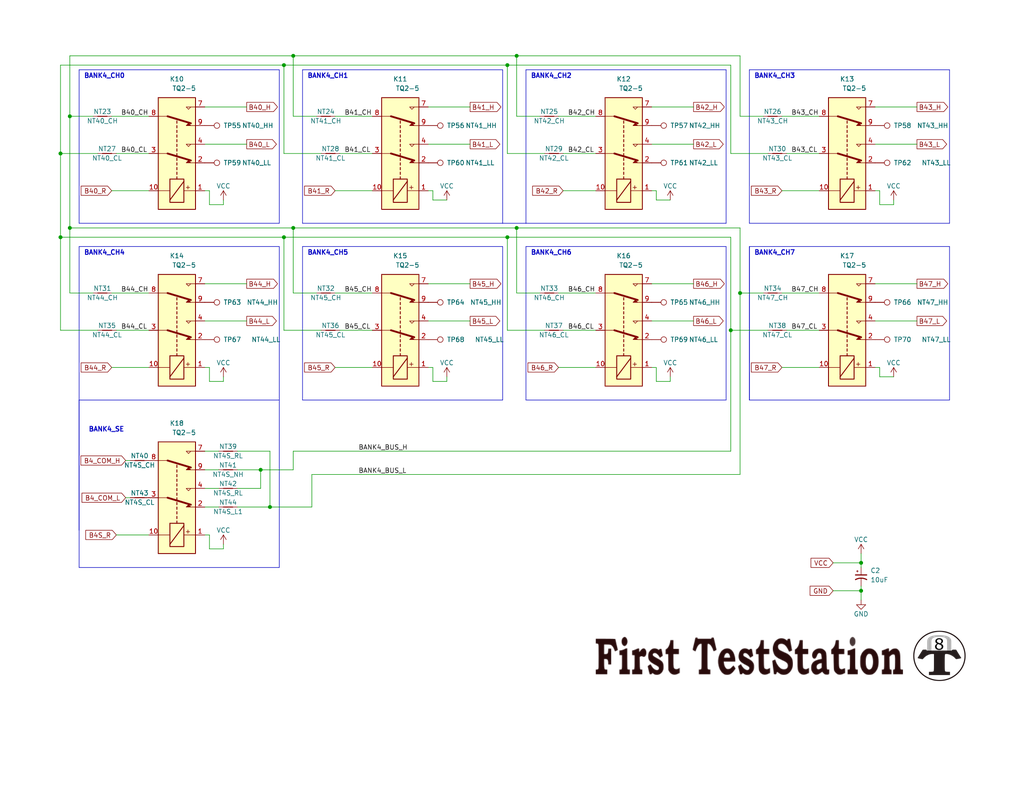
<source format=kicad_sch>
(kicad_sch (version 20230121) (generator eeschema)
  (paper "A")
  (title_block (title "Interconnect IO Board  640-1000-011") (date "2024-10-12") (rev "1.1"))
  (lib_symbols
    (symbol "Library:C_Polarized_Small_US" (pin_numbers hide) (pin_names (offset 0.254) hide)
      (property "Reference" "C" (at 0.254 1.778 0))
      (property "Value" "C_Polarized_Small_US" (at 0.254 -2.032 0))
      (symbol "C_Polarized_Small_US_0_1"
        (polyline (pts (xy -1.524 0.508) (xy 1.524 0.508)) (stroke (width 0.3048)))
        (polyline (pts (xy -1.27 1.524) (xy -0.762 1.524)))
        (polyline (pts (xy -1.016 1.27) (xy -1.016 1.778)))
        (arc (start 1.524 -0.762) (mid 0 -0.3734) (end -1.524 -0.762) (stroke (width 0.3048)))
      )
      (symbol "C_Polarized_Small_US_1_1"
        (pin passive line (at 0 2.54 270) (length 2.032) (name "~") (number "1"))
        (pin passive line (at 0 -2.54 90) (length 2.032) (name "~") (number "2"))
      )
    )
    (symbol "Library:NetTie_2" (pin_numbers hide) (pin_names (offset 0) hide)
      (property "Reference" "NT" (at 0 1.27 0))
      (property "Value" "NetTie_2" (at 0 -1.27 0))
      (symbol "NetTie_2_0_1"
        (polyline (pts (xy -1.27 0) (xy 1.27 0)) (stroke (width 0.254)))
      )
      (symbol "NetTie_2_1_1"
        (pin passive line (at -2.54 0 0) (length 2.54) (name "1") (number "1"))
        (pin passive line (at 2.54 0 180) (length 2.54) (name "2") (number "2"))
      )
    )
    (symbol "Library:TQ2-5"
      (property "Reference" "K?" (at 17.78 1.2701 0))
      (property "Value" "TQ2-5" (at 17.78 -1.2699 0))
      (symbol "TQ2-5_0_0"
        (text "+" (at -9.271 2.921 0) (effects (font (size 1.27 1.27))))
      )
      (symbol "TQ2-5_0_1"
        (rectangle (start -15.24 5.08) (end 15.24 -5.08) (stroke (width 0.254)) (fill (type background)))
        (rectangle (start -13.335 1.905) (end -6.985 -1.905) (stroke (width 0.254)))
        (polyline (pts (xy -12.7 -1.905) (xy -7.62 1.905)) (stroke (width 0.254)))
        (polyline (pts (xy -10.16 -5.08) (xy -10.16 -1.905)))
        (polyline (pts (xy -10.16 5.08) (xy -10.16 1.905)))
        (polyline (pts (xy -6.985 0) (xy -6.35 0)) (stroke (width 0.254)))
        (polyline (pts (xy -5.715 0) (xy -5.08 0)) (stroke (width 0.254)))
        (polyline (pts (xy -4.445 0) (xy -3.81 0)) (stroke (width 0.254)))
        (polyline (pts (xy -3.175 0) (xy -2.54 0)) (stroke (width 0.254)))
        (polyline (pts (xy -1.905 0) (xy -1.27 0)) (stroke (width 0.254)))
        (polyline (pts (xy -0.635 0) (xy 0 0)) (stroke (width 0.254)))
        (polyline (pts (xy 0 -2.54) (xy -1.905 3.81)) (stroke (width 0.508)))
        (polyline (pts (xy 0 -2.54) (xy 0 -5.08)))
        (polyline (pts (xy 0.635 0) (xy 1.27 0)) (stroke (width 0.254)))
        (polyline (pts (xy 1.905 0) (xy 2.54 0)) (stroke (width 0.254)))
        (polyline (pts (xy 3.175 0) (xy 3.81 0)) (stroke (width 0.254)))
        (polyline (pts (xy 4.445 0) (xy 5.08 0)) (stroke (width 0.254)))
        (polyline (pts (xy 5.715 0) (xy 6.35 0)) (stroke (width 0.254)))
        (polyline (pts (xy 6.985 0) (xy 7.62 0)) (stroke (width 0.254)))
        (polyline (pts (xy 8.255 0) (xy 8.89 0)) (stroke (width 0.254)))
        (polyline (pts (xy 10.16 -2.54) (xy 8.255 3.81)) (stroke (width 0.508)))
        (polyline (pts (xy 10.16 -2.54) (xy 10.16 -5.08)))
        (polyline (pts (xy -2.54 5.08) (xy -2.54 2.54) (xy -1.905 3.175) (xy -2.54 3.81)) (fill (type outline)))
        (polyline (pts (xy 2.54 5.08) (xy 2.54 2.54) (xy 1.905 3.175) (xy 2.54 3.81)))
        (polyline (pts (xy 7.62 5.08) (xy 7.62 2.54) (xy 8.255 3.175) (xy 7.62 3.81)) (fill (type outline)))
        (polyline (pts (xy 12.7 5.08) (xy 12.7 2.54) (xy 12.065 3.175) (xy 12.7 3.81)))
      )
      (symbol "TQ2-5_1_1"
        (pin passive line (at -10.16 7.62 270) (length 2.54) (name "~") (number "1"))
        (pin passive line (at -10.16 -7.62 90) (length 2.54) (name "~") (number "10"))
        (pin passive line (at -2.54 7.62 270) (length 2.54) (name "~") (number "2"))
        (pin passive line (at 0 -7.62 90) (length 2.54) (name "~") (number "3"))
        (pin passive line (at 2.54 7.62 270) (length 2.54) (name "~") (number "4"))
        (pin passive line (at 12.7 7.62 270) (length 2.54) (name "~") (number "7"))
        (pin passive line (at 10.16 -7.62 90) (length 2.54) (name "~") (number "8"))
        (pin passive line (at 7.62 7.62 270) (length 2.54) (name "~") (number "9"))
      )
    )
    (symbol "Library:TestPoint" (pin_numbers hide) (pin_names (offset 0.762) hide)
      (property "Reference" "TP" (at 0 6.858 0))
      (property "Value" "TestPoint" (at 0 5.08 0))
      (symbol "TestPoint_0_1"
        (circle (center 0 3.302) (radius 0.762))
      )
      (symbol "TestPoint_1_1"
        (pin passive line (at 0 0 90) (length 2.54) (name "1") (number "1"))
      )
    )
    (symbol "power:GND" (power) (pin_names (offset 0))
      (property "Value" "GND" (at 0 -3.81 0))
      (symbol "GND_0_1"
        (polyline (pts (xy 0 0) (xy 0 -1.27) (xy 1.27 -1.27) (xy 0 -2.54) (xy -1.27 -1.27) (xy 0 -1.27)))
      )
      (symbol "GND_1_1"
        (pin power_in line (at 0 0 270) (length 0) hide (name "GND") (number "1"))
      )
    )
    (symbol "power:VCC" (power) (pin_names (offset 0))
      (property "Value" "VCC" (at 0 3.81 0))
      (symbol "VCC_0_1"
        (polyline (pts (xy -0.762 1.27) (xy 0 2.54)))
        (polyline (pts (xy 0 0) (xy 0 2.54)))
        (polyline (pts (xy 0 2.54) (xy 0.762 1.27)))
      )
      (symbol "VCC_1_1"
        (pin power_in line (at 0 0 90) (length 0) hide (name "VCC") (number "1"))
      )
    )
  )
  (junction (at 199.39 90.17))
  (junction (at 234.95 161.29))
  (junction (at 138.43 17.78))
  (junction (at 234.95 153.67))
  (junction (at 80.01 15.24))
  (junction (at 80.01 62.23))
  (junction (at 201.93 80.01))
  (junction (at 19.05 62.23))
  (junction (at 73.66 138.43))
  (junction (at 140.97 62.23))
  (junction (at 77.47 64.77))
  (junction (at 138.43 64.77))
  (junction (at 16.51 64.77))
  (junction (at 16.51 41.91))
  (junction (at 19.05 31.75))
  (junction (at 77.47 17.78))
  (junction (at 71.12 128.27))
  (junction (at 140.97 15.24))
  (polyline (pts (xy 204.47 109.22) (xy 259.08 109.22)))
  (wire (pts (xy 57.15 52.07) (xy 57.15 55.88)))
  (wire (pts (xy 240.03 52.07) (xy 238.76 52.07)))
  (polyline (pts (xy 137.16 19.05) (xy 82.55 19.05)))
  (wire (pts (xy 57.15 100.33) (xy 55.88 100.33)))
  (wire (pts (xy 208.28 31.75) (xy 201.93 31.75)))
  (wire (pts (xy 243.84 55.88) (xy 240.03 55.88)))
  (wire (pts (xy 31.75 90.17) (xy 40.64 90.17)))
  (wire (pts (xy 201.93 80.01) (xy 201.93 129.54)))
  (wire (pts (xy 177.8 29.21) (xy 189.23 29.21)))
  (wire (pts (xy 199.39 41.91) (xy 199.39 17.78)))
  (wire (pts (xy 201.93 15.24) (xy 140.97 15.24)))
  (wire (pts (xy 238.76 87.63) (xy 250.19 87.63)))
  (wire (pts (xy 71.12 128.27) (xy 80.01 128.27)))
  (wire (pts (xy 234.95 161.29) (xy 234.95 163.83)))
  (polyline (pts (xy 21.59 154.94) (xy 76.2 154.94)))
  (wire (pts (xy 238.76 29.21) (xy 250.19 29.21)))
  (wire (pts (xy 55.88 138.43) (xy 59.69 138.43)))
  (wire (pts (xy 240.03 100.33) (xy 240.03 102.87)))
  (wire (pts (xy 57.15 100.33) (xy 57.15 104.14)))
  (polyline (pts (xy 143.51 60.96) (xy 198.12 60.96)))
  (wire (pts (xy 25.4 80.01) (xy 19.05 80.01)))
  (wire (pts (xy 118.11 52.07) (xy 116.84 52.07)))
  (wire (pts (xy 55.88 29.21) (xy 67.31 29.21)))
  (polyline (pts (xy 76.2 154.94) (xy 76.2 146.05)))
  (wire (pts (xy 199.39 17.78) (xy 138.43 17.78)))
  (wire (pts (xy 238.76 77.47) (xy 250.19 77.47)))
  (wire (pts (xy 201.93 62.23) (xy 140.97 62.23)))
  (wire (pts (xy 30.48 31.75) (xy 40.64 31.75)))
  (polyline (pts (xy 137.16 60.96) (xy 137.16 19.05)))
  (wire (pts (xy 60.96 102.87) (xy 60.96 104.14)))
  (wire (pts (xy 116.84 77.47) (xy 128.27 77.47)))
  (wire (pts (xy 80.01 62.23) (xy 80.01 80.01)))
  (wire (pts (xy 208.28 80.01) (xy 201.93 80.01)))
  (wire (pts (xy 179.07 52.07) (xy 177.8 52.07)))
  (polyline (pts (xy 137.16 60.96) (xy 143.51 60.96)))
  (wire (pts (xy 140.97 62.23) (xy 140.97 80.01)))
  (wire (pts (xy 16.51 17.78) (xy 77.47 17.78)))
  (wire (pts (xy 214.63 90.17) (xy 223.52 90.17)))
  (wire (pts (xy 179.07 52.07) (xy 179.07 54.61)))
  (wire (pts (xy 34.29 135.89) (xy 35.56 135.89)))
  (polyline (pts (xy 143.51 19.05) (xy 143.51 60.96)))
  (wire (pts (xy 31.75 41.91) (xy 40.64 41.91)))
  (wire (pts (xy 243.84 54.61) (xy 243.84 55.88)))
  (wire (pts (xy 19.05 62.23) (xy 19.05 31.75)))
  (wire (pts (xy 80.01 62.23) (xy 140.97 62.23)))
  (wire (pts (xy 153.67 52.07) (xy 162.56 52.07)))
  (polyline (pts (xy 76.2 109.22) (xy 21.59 109.22)))
  (wire (pts (xy 60.96 148.59) (xy 60.96 149.86)))
  (polyline (pts (xy 198.12 67.31) (xy 143.51 67.31)))
  (wire (pts (xy 140.97 80.01) (xy 147.32 80.01)))
  (wire (pts (xy 19.05 62.23) (xy 80.01 62.23)))
  (wire (pts (xy 199.39 41.91) (xy 209.55 41.91)))
  (wire (pts (xy 30.48 52.07) (xy 40.64 52.07)))
  (wire (pts (xy 140.97 31.75) (xy 140.97 15.24)))
  (wire (pts (xy 116.84 29.21) (xy 128.27 29.21)))
  (polyline (pts (xy 76.2 60.96) (xy 76.2 19.05)))
  (wire (pts (xy 71.12 133.35) (xy 71.12 128.27)))
  (wire (pts (xy 77.47 90.17) (xy 87.63 90.17)))
  (wire (pts (xy 77.47 41.91) (xy 87.63 41.91)))
  (wire (pts (xy 73.66 123.19) (xy 73.66 138.43)))
  (wire (pts (xy 152.4 80.01) (xy 162.56 80.01)))
  (wire (pts (xy 30.48 100.33) (xy 40.64 100.33)))
  (wire (pts (xy 85.09 129.54) (xy 85.09 138.43)))
  (polyline (pts (xy 259.08 60.96) (xy 259.08 19.05)))
  (wire (pts (xy 55.88 87.63) (xy 67.31 87.63)))
  (wire (pts (xy 121.92 104.14) (xy 118.11 104.14)))
  (wire (pts (xy 85.09 138.43) (xy 73.66 138.43)))
  (wire (pts (xy 16.51 64.77) (xy 16.51 90.17)))
  (wire (pts (xy 177.8 39.37) (xy 189.23 39.37)))
  (wire (pts (xy 16.51 64.77) (xy 16.51 41.91)))
  (polyline (pts (xy 82.55 109.22) (xy 82.55 67.31)))
  (wire (pts (xy 182.88 102.87) (xy 182.88 104.14)))
  (wire (pts (xy 60.96 55.88) (xy 57.15 55.88)))
  (wire (pts (xy 91.44 31.75) (xy 101.6 31.75)))
  (wire (pts (xy 243.84 102.87) (xy 240.03 102.87)))
  (polyline (pts (xy 76.2 19.05) (xy 21.59 19.05)))
  (wire (pts (xy 55.88 133.35) (xy 59.69 133.35)))
  (wire (pts (xy 152.4 100.33) (xy 162.56 100.33)))
  (wire (pts (xy 77.47 64.77) (xy 77.47 90.17)))
  (wire (pts (xy 153.67 41.91) (xy 162.56 41.91)))
  (wire (pts (xy 152.4 31.75) (xy 162.56 31.75)))
  (wire (pts (xy 138.43 17.78) (xy 138.43 41.91)))
  (wire (pts (xy 199.39 64.77) (xy 199.39 90.17)))
  (wire (pts (xy 55.88 123.19) (xy 59.69 123.19)))
  (wire (pts (xy 16.51 64.77) (xy 77.47 64.77)))
  (wire (pts (xy 199.39 90.17) (xy 209.55 90.17)))
  (wire (pts (xy 213.36 80.01) (xy 223.52 80.01)))
  (wire (pts (xy 138.43 41.91) (xy 148.59 41.91)))
  (wire (pts (xy 234.95 161.29) (xy 234.95 160.02)))
  (wire (pts (xy 234.95 153.67) (xy 234.95 154.94)))
  (wire (pts (xy 80.01 80.01) (xy 86.36 80.01)))
  (wire (pts (xy 227.33 161.29) (xy 234.95 161.29)))
  (wire (pts (xy 91.44 100.33) (xy 101.6 100.33)))
  (wire (pts (xy 179.07 100.33) (xy 179.07 104.14)))
  (wire (pts (xy 19.05 80.01) (xy 19.05 62.23)))
  (wire (pts (xy 138.43 64.77) (xy 199.39 64.77)))
  (polyline (pts (xy 204.47 67.31) (xy 204.47 109.22)))
  (wire (pts (xy 182.88 104.14) (xy 179.07 104.14)))
  (wire (pts (xy 31.75 146.05) (xy 40.64 146.05)))
  (wire (pts (xy 92.71 90.17) (xy 101.6 90.17)))
  (wire (pts (xy 147.32 31.75) (xy 140.97 31.75)))
  (wire (pts (xy 240.03 100.33) (xy 238.76 100.33)))
  (wire (pts (xy 121.92 54.61) (xy 118.11 54.61)))
  (wire (pts (xy 213.36 31.75) (xy 223.52 31.75)))
  (wire (pts (xy 201.93 31.75) (xy 201.93 15.24)))
  (polyline (pts (xy 21.59 67.31) (xy 21.59 109.22)))
  (wire (pts (xy 80.01 123.19) (xy 80.01 128.27)))
  (wire (pts (xy 91.44 52.07) (xy 101.6 52.07)))
  (wire (pts (xy 16.51 41.91) (xy 26.67 41.91)))
  (wire (pts (xy 238.76 39.37) (xy 250.19 39.37)))
  (wire (pts (xy 60.96 149.86) (xy 57.15 149.86)))
  (wire (pts (xy 80.01 15.24) (xy 19.05 15.24)))
  (polyline (pts (xy 143.51 109.22) (xy 143.51 67.31)))
  (wire (pts (xy 86.36 31.75) (xy 80.01 31.75)))
  (polyline (pts (xy 198.12 60.96) (xy 198.12 19.05)))
  (wire (pts (xy 240.03 52.07) (xy 240.03 55.88)))
  (wire (pts (xy 55.88 128.27) (xy 59.69 128.27)))
  (wire (pts (xy 116.84 87.63) (xy 128.27 87.63)))
  (wire (pts (xy 80.01 31.75) (xy 80.01 15.24)))
  (wire (pts (xy 214.63 41.91) (xy 223.52 41.91)))
  (wire (pts (xy 201.93 129.54) (xy 85.09 129.54)))
  (wire (pts (xy 30.48 80.01) (xy 40.64 80.01)))
  (polyline (pts (xy 198.12 19.05) (xy 143.51 19.05)))
  (wire (pts (xy 201.93 80.01) (xy 201.93 62.23)))
  (polyline (pts (xy 21.59 19.05) (xy 21.59 60.96)))
  (wire (pts (xy 57.15 146.05) (xy 55.88 146.05)))
  (polyline (pts (xy 21.59 109.22) (xy 21.59 154.94)))
  (polyline (pts (xy 137.16 109.22) (xy 137.16 67.31)))
  (wire (pts (xy 234.95 151.13) (xy 234.95 153.67)))
  (wire (pts (xy 16.51 90.17) (xy 26.67 90.17)))
  (wire (pts (xy 213.36 52.07) (xy 223.52 52.07)))
  (wire (pts (xy 80.01 123.19) (xy 199.39 123.19)))
  (wire (pts (xy 227.33 153.67) (xy 234.95 153.67)))
  (wire (pts (xy 64.77 128.27) (xy 71.12 128.27)))
  (wire (pts (xy 213.36 100.33) (xy 223.52 100.33)))
  (wire (pts (xy 77.47 64.77) (xy 138.43 64.77)))
  (polyline (pts (xy 198.12 109.22) (xy 198.12 67.31)))
  (wire (pts (xy 16.51 41.91) (xy 16.51 17.78)))
  (polyline (pts (xy 82.55 19.05) (xy 82.55 60.96)))
  (wire (pts (xy 77.47 41.91) (xy 77.47 17.78)))
  (wire (pts (xy 182.88 54.61) (xy 179.07 54.61)))
  (wire (pts (xy 177.8 77.47) (xy 189.23 77.47)))
  (polyline (pts (xy 143.51 109.22) (xy 198.12 109.22)))
  (polyline (pts (xy 204.47 19.05) (xy 204.47 60.96)))
  (polyline (pts (xy 204.47 60.96) (xy 259.08 60.96)))
  (polyline (pts (xy 21.59 109.22) (xy 21.59 144.78)))
  (wire (pts (xy 77.47 17.78) (xy 138.43 17.78)))
  (wire (pts (xy 60.96 104.14) (xy 57.15 104.14)))
  (wire (pts (xy 138.43 64.77) (xy 138.43 90.17)))
  (wire (pts (xy 19.05 15.24) (xy 19.05 31.75)))
  (polyline (pts (xy 259.08 67.31) (xy 204.47 67.31)))
  (wire (pts (xy 118.11 52.07) (xy 118.11 54.61)))
  (polyline (pts (xy 76.2 67.31) (xy 21.59 67.31)))
  (wire (pts (xy 177.8 87.63) (xy 189.23 87.63)))
  (wire (pts (xy 64.77 123.19) (xy 73.66 123.19)))
  (polyline (pts (xy 259.08 19.05) (xy 204.47 19.05)))
  (wire (pts (xy 118.11 100.33) (xy 118.11 104.14)))
  (polyline (pts (xy 137.16 67.31) (xy 82.55 67.31)))
  (wire (pts (xy 57.15 52.07) (xy 55.88 52.07)))
  (wire (pts (xy 64.77 133.35) (xy 71.12 133.35)))
  (wire (pts (xy 121.92 102.87) (xy 121.92 104.14)))
  (polyline (pts (xy 82.55 109.22) (xy 137.16 109.22)))
  (wire (pts (xy 57.15 146.05) (xy 57.15 149.86)))
  (polyline (pts (xy 76.2 146.05) (xy 76.2 67.31)))
  (wire (pts (xy 73.66 138.43) (xy 64.77 138.43)))
  (wire (pts (xy 118.11 100.33) (xy 116.84 100.33)))
  (polyline (pts (xy 204.47 67.31) (xy 204.47 109.22)))
  (wire (pts (xy 92.71 41.91) (xy 101.6 41.91)))
  (wire (pts (xy 179.07 100.33) (xy 177.8 100.33)))
  (polyline (pts (xy 259.08 109.22) (xy 259.08 67.31)))
  (wire (pts (xy 19.05 31.75) (xy 25.4 31.75)))
  (polyline (pts (xy 21.59 60.96) (xy 76.2 60.96)))
  (wire (pts (xy 91.44 80.01) (xy 101.6 80.01)))
  (wire (pts (xy 34.29 125.73) (xy 35.56 125.73)))
  (wire (pts (xy 153.67 90.17) (xy 162.56 90.17)))
  (wire (pts (xy 138.43 90.17) (xy 148.59 90.17)))
  (wire (pts (xy 199.39 123.19) (xy 199.39 90.17)))
  (wire (pts (xy 60.96 54.61) (xy 60.96 55.88)))
  (wire (pts (xy 116.84 39.37) (xy 128.27 39.37)))
  (polyline (pts (xy 82.55 60.96) (xy 137.16 60.96)))
  (wire (pts (xy 55.88 39.37) (xy 67.31 39.37)))
  (wire (pts (xy 55.88 77.47) (xy 67.31 77.47)))
  (wire (pts (xy 140.97 15.24) (xy 80.01 15.24)))
  (image (at 204.47 179.07) (scale 2.13772))
  (image (at 256.54 179.07))
  (text "BANK4_CH4" (at 22.86 69.85 0) (effects (font (size 1.27 1.27) (thickness 0.254) bold) (justify left bottom)))
  (text "BANK4_CH7" (at 205.74 69.85 0) (effects (font (size 1.27 1.27) (thickness 0.254) bold) (justify left bottom)))
  (text "BANK4_CH2" (at 144.78 21.59 0) (effects (font (size 1.27 1.27) (thickness 0.254) bold) (justify left bottom)))
  (text "BANK4_SE" (at 24.13 118.11 0) (effects (font (size 1.27 1.27) (thickness 0.254) bold) (justify left bottom)))
  (text "BANK4_CH3" (at 205.74 21.59 0) (effects (font (size 1.27 1.27) (thickness 0.254) bold) (justify left bottom)))
  (text "BANK4_CH6" (at 144.78 69.85 0) (effects (font (size 1.27 1.27) (thickness 0.254) bold) (justify left bottom)))
  (text "BANK4_CH1" (at 83.82 21.59 0) (effects (font (size 1.27 1.27) (thickness 0.254) bold) (justify left bottom)))
  (text "BANK4_CH0" (at 22.86 21.59 0) (effects (font (size 1.27 1.27) (thickness 0.254) bold) (justify left bottom)))
  (text "BANK4_CH5" (at 83.82 69.85 0) (effects (font (size 1.27 1.27) (thickness 0.254) bold) (justify left bottom)))
  (label "BANK4_BUS_H" (at 97.79 123.19 0))
  (label "B44_CL" (at 33.02 90.17 0))
  (label "B47_CL" (at 215.9 90.17 0))
  (label "B44_CH" (at 33.02 80.01 0))
  (label "B45_CL" (at 93.98 90.17 0))
  (label "B41_CH" (at 93.98 31.75 0))
  (label "B43_CH" (at 215.9 31.75 0))
  (label "B40_CL" (at 33.02 41.91 0))
  (label "BANK4_BUS_L" (at 97.79 129.54 0))
  (label "B40_CH" (at 33.02 31.75 0))
  (label "B46_CH" (at 154.94 80.01 0))
  (label "B42_CL" (at 154.94 41.91 0))
  (label "B47_CH" (at 215.9 80.01 0))
  (label "B43_CL" (at 215.9 41.91 0))
  (label "B46_CL" (at 154.94 90.17 0))
  (label "B42_CH" (at 154.94 31.75 0))
  (label "B41_CL" (at 93.98 41.91 0))
  (label "B45_CH" (at 93.98 80.01 0))
  (global_label "B47_H" (shape output) (at 250.19 77.47 0) (property "Intersheetrefs" "${INTERSHEET_REFS}" (effects hide)))
  (global_label "B46_L" (shape output) (at 189.23 87.63 0) (property "Intersheetrefs" "${INTERSHEET_REFS}" (effects hide)))
  (global_label "B40_R" (shape input) (at 30.48 52.07 180) (property "Intersheetrefs" "${INTERSHEET_REFS}" (effects hide)))
  (global_label "B47_R" (shape input) (at 213.36 100.33 180) (property "Intersheetrefs" "${INTERSHEET_REFS}" (effects hide)))
  (global_label "B45_H" (shape output) (at 128.27 77.47 0) (property "Intersheetrefs" "${INTERSHEET_REFS}" (effects hide)))
  (global_label "B47_L" (shape output) (at 250.19 87.63 0) (property "Intersheetrefs" "${INTERSHEET_REFS}" (effects hide)))
  (global_label "B41_R" (shape input) (at 91.44 52.07 180) (property "Intersheetrefs" "${INTERSHEET_REFS}" (effects hide)))
  (global_label "B42_H" (shape output) (at 189.23 29.21 0) (property "Intersheetrefs" "${INTERSHEET_REFS}" (effects hide)))
  (global_label "B44_R" (shape input) (at 30.48 100.33 180) (property "Intersheetrefs" "${INTERSHEET_REFS}" (effects hide)))
  (global_label "B40_H" (shape output) (at 67.31 29.21 0) (property "Intersheetrefs" "${INTERSHEET_REFS}" (effects hide)))
  (global_label "B40_L" (shape output) (at 67.31 39.37 0) (property "Intersheetrefs" "${INTERSHEET_REFS}" (effects hide)))
  (global_label "B43_L" (shape output) (at 250.19 39.37 0) (property "Intersheetrefs" "${INTERSHEET_REFS}" (effects hide)))
  (global_label "B46_R" (shape input) (at 152.4 100.33 180) (property "Intersheetrefs" "${INTERSHEET_REFS}" (effects hide)))
  (global_label "B45_L" (shape output) (at 128.27 87.63 0) (property "Intersheetrefs" "${INTERSHEET_REFS}" (effects hide)))
  (global_label "B43_R" (shape input) (at 213.36 52.07 180) (property "Intersheetrefs" "${INTERSHEET_REFS}" (effects hide)))
  (global_label "B41_L" (shape output) (at 128.27 39.37 0) (property "Intersheetrefs" "${INTERSHEET_REFS}" (effects hide)))
  (global_label "B43_H" (shape output) (at 250.19 29.21 0) (property "Intersheetrefs" "${INTERSHEET_REFS}" (effects hide)))
  (global_label "B46_H" (shape output) (at 189.23 77.47 0) (property "Intersheetrefs" "${INTERSHEET_REFS}" (effects hide)))
  (global_label "B42_R" (shape input) (at 153.67 52.07 180) (property "Intersheetrefs" "${INTERSHEET_REFS}" (effects hide)))
  (global_label "B44_H" (shape output) (at 67.31 77.47 0) (property "Intersheetrefs" "${INTERSHEET_REFS}" (effects hide)))
  (global_label "B42_L" (shape output) (at 189.23 39.37 0) (property "Intersheetrefs" "${INTERSHEET_REFS}" (effects hide)))
  (global_label "B45_R" (shape input) (at 91.44 100.33 180) (property "Intersheetrefs" "${INTERSHEET_REFS}" (effects hide)))
  (global_label "VCC" (shape input) (at 227.33 153.67 180) (property "Intersheetrefs" "${INTERSHEET_REFS}" (effects hide)))
  (global_label "GND" (shape input) (at 227.33 161.29 180) (property "Intersheetrefs" "${INTERSHEET_REFS}" (effects hide)))
  (global_label "B4_COM_H" (shape input) (at 34.29 125.73 180) (property "Intersheetrefs" "${INTERSHEET_REFS}" (effects hide)))
  (global_label "B4_COM_L" (shape input) (at 34.29 135.89 180) (property "Intersheetrefs" "${INTERSHEET_REFS}" (effects hide)))
  (global_label "B4S_R" (shape input) (at 31.75 146.05 180) (property "Intersheetrefs" "${INTERSHEET_REFS}" (effects hide)))
  (global_label "B41_H" (shape output) (at 128.27 29.21 0) (property "Intersheetrefs" "${INTERSHEET_REFS}" (effects hide)))
  (global_label "B44_L" (shape output) (at 67.31 87.63 0) (property "Intersheetrefs" "${INTERSHEET_REFS}" (effects hide)))
  (symbol (lib_id "Library:TQ2-5") (at 231.14 90.17 270) (mirror x) (unit 1)
    (property "Reference" "K17" (at 231.14 69.85 90))
    (property "Value" "TQ2-5" (at 229.8701 72.39 90) (effects (justify left)))
    (property "Footprint" "Relay_THT:Relay_DPDT_FRT5" (effects hide))
    (property "Datasheet" "http://omronfs.omron.com/en_US/ecb/products/pdf/en-tq2.pdf" (effects hide))
  )
  (symbol (lib_id "Library:TQ2-5") (at 231.14 41.91 270) (mirror x) (unit 1)
    (property "Reference" "K13" (at 231.14 21.59 90))
    (property "Value" "TQ2-5" (at 229.8701 24.13 90) (effects (justify left)))
    (property "Footprint" "Relay_THT:Relay_DPDT_FRT5" (effects hide))
    (property "Datasheet" "http://omronfs.omron.com/en_US/ecb/products/pdf/en-tq2.pdf" (effects hide))
  )
  (symbol (lib_id "Library:TQ2-5") (at 109.22 90.17 270) (mirror x) (unit 1)
    (property "Reference" "K15" (at 109.22 69.85 90))
    (property "Value" "TQ2-5" (at 107.9501 72.39 90) (effects (justify left)))
    (property "Footprint" "Relay_THT:Relay_DPDT_FRT5" (effects hide))
    (property "Datasheet" "http://omronfs.omron.com/en_US/ecb/products/pdf/en-tq2.pdf" (effects hide))
  )
  (symbol (lib_id "Library:NetTie_2") (at 149.86 80.01 0) (unit 1)
    (property "Reference" "NT33" (at 149.86 78.74 0))
    (property "Value" "NT46_CH" (at 149.86 81.28 0))
    (property "Footprint" "NetTie:NetTie-2_Front1.0mm" (effects hide))
  )
  (symbol (lib_id "power:VCC") (at 60.96 54.61 0) (unit 1)
    (property "Reference" "#PWR012" (effects hide))
    (property "Value" "VCC" (at 60.96 50.8 0))
  )
  (symbol (lib_id "Library:TestPoint") (at 238.76 82.55 270) (unit 1)
    (property "Reference" "TP66" (at 243.84 82.55 90) (effects (justify left)))
    (property "Value" "NT47_HH" (at 250.19 82.55 90) (effects (justify left)))
    (property "Footprint" "TestPoint:TestPoint_THTPad_D1.5mm_Drill0.7mm" (effects hide))
  )
  (symbol (lib_id "Library:TestPoint") (at 55.88 34.29 270) (unit 1)
    (property "Reference" "TP55" (at 60.96 34.29 90) (effects (justify left)))
    (property "Value" "NT40_HH" (at 66.04 34.29 90) (effects (justify left)))
    (property "Footprint" "TestPoint:TestPoint_THTPad_D1.5mm_Drill0.7mm" (effects hide))
  )
  (symbol (lib_id "power:VCC") (at 121.92 102.87 0) (unit 1)
    (property "Reference" "#PWR017" (effects hide))
    (property "Value" "VCC" (at 121.92 99.06 0))
  )
  (symbol (lib_id "Library:TestPoint") (at 238.76 44.45 270) (unit 1)
    (property "Reference" "TP62" (at 243.84 44.45 90) (effects (justify left)))
    (property "Value" "NT43_LL" (at 251.46 44.45 90) (effects (justify left)))
    (property "Footprint" "TestPoint:TestPoint_THTPad_D1.5mm_Drill0.7mm" (effects hide))
  )
  (symbol (lib_id "Library:TestPoint") (at 238.76 92.71 270) (unit 1)
    (property "Reference" "TP70" (at 243.84 92.71 90) (effects (justify left)))
    (property "Value" "NT47_LL" (at 251.46 92.71 90) (effects (justify left)))
    (property "Footprint" "TestPoint:TestPoint_THTPad_D1.5mm_Drill0.7mm" (effects hide))
  )
  (symbol (lib_id "Library:NetTie_2") (at 62.23 128.27 0) (unit 1)
    (property "Reference" "NT41" (at 62.23 127 0))
    (property "Value" "NT4S_NH" (at 62.23 129.54 0))
    (property "Footprint" "NetTie:NetTie-2_Front1.0mm" (effects hide))
  )
  (symbol (lib_id "Library:TestPoint") (at 116.84 92.71 270) (unit 1)
    (property "Reference" "TP68" (at 121.92 92.71 90) (effects (justify left)))
    (property "Value" "NT45_LL" (at 129.54 92.71 90) (effects (justify left)))
    (property "Footprint" "TestPoint:TestPoint_THTPad_D1.5mm_Drill0.7mm" (effects hide))
  )
  (symbol (lib_id "Library:NetTie_2") (at 151.13 90.17 0) (unit 1)
    (property "Reference" "NT37" (at 151.13 88.9 0))
    (property "Value" "NT46_CL" (at 151.13 91.44 0))
    (property "Footprint" "NetTie:NetTie-2_Front1.0mm" (effects hide))
  )
  (symbol (lib_id "Library:TQ2-5") (at 170.18 90.17 270) (mirror x) (unit 1)
    (property "Reference" "K16" (at 170.18 69.85 90))
    (property "Value" "TQ2-5" (at 168.9101 72.39 90) (effects (justify left)))
    (property "Footprint" "Relay_THT:Relay_DPDT_FRT5" (effects hide))
    (property "Datasheet" "http://omronfs.omron.com/en_US/ecb/products/pdf/en-tq2.pdf" (effects hide))
  )
  (symbol (lib_id "Library:TQ2-5") (at 109.22 41.91 270) (mirror x) (unit 1)
    (property "Reference" "K11" (at 109.22 21.59 90))
    (property "Value" "TQ2-5" (at 107.9501 24.13 90) (effects (justify left)))
    (property "Footprint" "Relay_THT:Relay_DPDT_FRT5" (effects hide))
    (property "Datasheet" "http://omronfs.omron.com/en_US/ecb/products/pdf/en-tq2.pdf" (effects hide))
  )
  (symbol (lib_id "Library:NetTie_2") (at 27.94 31.75 0) (unit 1)
    (property "Reference" "NT23" (at 27.94 30.48 0))
    (property "Value" "NT40_CH" (at 27.94 33.02 0))
    (property "Footprint" "NetTie:NetTie-2_Front1.0mm" (effects hide))
  )
  (symbol (lib_id "power:VCC") (at 60.96 148.59 0) (unit 1)
    (property "Reference" "#PWR020" (effects hide))
    (property "Value" "VCC" (at 60.96 144.78 0))
  )
  (symbol (lib_id "Library:NetTie_2") (at 90.17 41.91 0) (unit 1)
    (property "Reference" "NT28" (at 90.17 40.64 0))
    (property "Value" "NT41_CL" (at 90.17 43.18 0))
    (property "Footprint" "NetTie:NetTie-2_Front1.0mm" (effects hide))
  )
  (symbol (lib_id "Library:TestPoint") (at 55.88 44.45 270) (unit 1)
    (property "Reference" "TP59" (at 60.96 44.45 90) (effects (justify left)))
    (property "Value" "NT40_LL" (at 66.04 44.45 90) (effects (justify left)))
    (property "Footprint" "TestPoint:TestPoint_THTPad_D1.5mm_Drill0.7mm" (effects hide))
  )
  (symbol (lib_id "Library:TestPoint") (at 55.88 82.55 270) (unit 1)
    (property "Reference" "TP63" (at 60.96 82.55 90) (effects (justify left)))
    (property "Value" "NT44_HH" (at 67.31 82.55 90) (effects (justify left)))
    (property "Footprint" "TestPoint:TestPoint_THTPad_D1.5mm_Drill0.7mm" (effects hide))
  )
  (symbol (lib_id "Library:NetTie_2") (at 62.23 123.19 0) (unit 1)
    (property "Reference" "NT39" (at 62.23 121.92 0))
    (property "Value" "NT4S_RL" (at 62.23 124.46 0))
    (property "Footprint" "NetTie:NetTie-2_Front1.0mm" (effects hide))
  )
  (symbol (lib_id "power:VCC") (at 243.84 102.87 0) (unit 1)
    (property "Reference" "#PWR019" (effects hide))
    (property "Value" "VCC" (at 243.84 99.06 0))
  )
  (symbol (lib_id "power:VCC") (at 60.96 102.87 0) (unit 1)
    (property "Reference" "#PWR016" (effects hide))
    (property "Value" "VCC" (at 60.96 99.06 0))
  )
  (symbol (lib_id "Library:NetTie_2") (at 212.09 41.91 0) (unit 1)
    (property "Reference" "NT30" (at 212.09 40.64 0))
    (property "Value" "NT43_CL" (at 212.09 43.18 0))
    (property "Footprint" "NetTie:NetTie-2_Front1.0mm" (effects hide))
  )
  (symbol (lib_id "Library:TestPoint") (at 177.8 34.29 270) (unit 1)
    (property "Reference" "TP57" (at 182.88 34.29 90) (effects (justify left)))
    (property "Value" "NT42_HH" (at 187.96 34.29 90) (effects (justify left)))
    (property "Footprint" "TestPoint:TestPoint_THTPad_D1.5mm_Drill0.7mm" (effects hide))
  )
  (symbol (lib_id "Library:NetTie_2") (at 38.1 135.89 0) (unit 1)
    (property "Reference" "NT43" (at 38.1 134.62 0))
    (property "Value" "NT4S_CL" (at 38.1 137.16 0))
    (property "Footprint" "NetTie:NetTie-2_Front1.0mm" (effects hide))
  )
  (symbol (lib_id "Library:NetTie_2") (at 27.94 80.01 0) (unit 1)
    (property "Reference" "NT31" (at 27.94 78.74 0))
    (property "Value" "NT44_CH" (at 27.94 81.28 0))
    (property "Footprint" "NetTie:NetTie-2_Front1.0mm" (effects hide))
  )
  (symbol (lib_id "Library:TQ2-5") (at 48.26 90.17 270) (mirror x) (unit 1)
    (property "Reference" "K14" (at 48.26 69.85 90))
    (property "Value" "TQ2-5" (at 46.9901 72.39 90) (effects (justify left)))
    (property "Footprint" "Relay_THT:Relay_DPDT_FRT5" (effects hide))
    (property "Datasheet" "http://omronfs.omron.com/en_US/ecb/products/pdf/en-tq2.pdf" (effects hide))
  )
  (symbol (lib_id "Library:NetTie_2") (at 210.82 80.01 0) (unit 1)
    (property "Reference" "NT34" (at 210.82 78.74 0))
    (property "Value" "NT47_CH" (at 210.82 81.28 0))
    (property "Footprint" "NetTie:NetTie-2_Front1.0mm" (effects hide))
  )
  (symbol (lib_id "Library:TestPoint") (at 177.8 92.71 270) (unit 1)
    (property "Reference" "TP69" (at 182.88 92.71 90) (effects (justify left)))
    (property "Value" "NT46_LL" (at 187.96 92.71 90) (effects (justify left)))
    (property "Footprint" "TestPoint:TestPoint_THTPad_D1.5mm_Drill0.7mm" (effects hide))
  )
  (symbol (lib_id "Library:NetTie_2") (at 38.1 125.73 0) (unit 1)
    (property "Reference" "NT40" (at 38.1 124.46 0))
    (property "Value" "NT4S_CH" (at 38.1 127 0))
    (property "Footprint" "NetTie:NetTie-2_Front1.0mm" (effects hide))
  )
  (symbol (lib_id "Library:TestPoint") (at 177.8 82.55 270) (unit 1)
    (property "Reference" "TP65" (at 182.88 82.55 90) (effects (justify left)))
    (property "Value" "NT46_HH" (at 187.96 82.55 90) (effects (justify left)))
    (property "Footprint" "TestPoint:TestPoint_THTPad_D1.5mm_Drill0.7mm" (effects hide))
  )
  (symbol (lib_id "power:GND") (at 234.95 163.83 0) (unit 1)
    (property "Reference" "#PWR053" (effects hide))
    (property "Value" "GND" (at 234.95 167.64 0))
  )
  (symbol (lib_id "Library:NetTie_2") (at 88.9 80.01 0) (unit 1)
    (property "Reference" "NT32" (at 88.9 78.74 0))
    (property "Value" "NT45_CH" (at 88.9 81.28 0))
    (property "Footprint" "NetTie:NetTie-2_Front1.0mm" (effects hide))
  )
  (symbol (lib_id "Library:TestPoint") (at 116.84 44.45 270) (unit 1)
    (property "Reference" "TP60" (at 121.92 44.45 90) (effects (justify left)))
    (property "Value" "NT41_LL" (at 127 44.45 90) (effects (justify left)))
    (property "Footprint" "TestPoint:TestPoint_THTPad_D1.5mm_Drill0.7mm" (effects hide))
  )
  (symbol (lib_id "Library:C_Polarized_Small_US") (at 234.95 157.48 0) (unit 1)
    (property "Reference" "C2" (at 237.49 155.7781 0) (effects (justify left)))
    (property "Value" "10uF" (at 237.49 158.3181 0) (effects (justify left)))
    (property "Footprint" "Capacitor_THT:CP_Radial_D4.0mm_P2.00mm" (effects hide))
  )
  (symbol (lib_id "Library:NetTie_2") (at 212.09 90.17 0) (unit 1)
    (property "Reference" "NT38" (at 212.09 88.9 0))
    (property "Value" "NT47_CL" (at 212.09 91.44 0))
    (property "Footprint" "NetTie:NetTie-2_Front1.0mm" (effects hide))
  )
  (symbol (lib_id "Library:NetTie_2") (at 210.82 31.75 0) (unit 1)
    (property "Reference" "NT26" (at 210.82 30.48 0))
    (property "Value" "NT43_CH" (at 210.82 33.02 0))
    (property "Footprint" "NetTie:NetTie-2_Front1.0mm" (effects hide))
  )
  (symbol (lib_id "Library:TestPoint") (at 116.84 34.29 270) (unit 1)
    (property "Reference" "TP56" (at 121.92 34.29 90) (effects (justify left)))
    (property "Value" "NT41_HH" (at 127 34.29 90) (effects (justify left)))
    (property "Footprint" "TestPoint:TestPoint_THTPad_D1.5mm_Drill0.7mm" (effects hide))
  )
  (symbol (lib_id "power:VCC") (at 182.88 102.87 0) (unit 1)
    (property "Reference" "#PWR018" (effects hide))
    (property "Value" "VCC" (at 182.88 99.06 0))
  )
  (symbol (lib_id "power:VCC") (at 243.84 54.61 0) (unit 1)
    (property "Reference" "#PWR015" (effects hide))
    (property "Value" "VCC" (at 243.84 50.8 0))
  )
  (symbol (lib_id "Library:NetTie_2") (at 88.9 31.75 0) (unit 1)
    (property "Reference" "NT24" (at 88.9 30.48 0))
    (property "Value" "NT41_CH" (at 88.9 33.02 0))
    (property "Footprint" "NetTie:NetTie-2_Front1.0mm" (effects hide))
  )
  (symbol (lib_id "Library:TQ2-5") (at 48.26 41.91 270) (mirror x) (unit 1)
    (property "Reference" "K10" (at 48.26 21.59 90))
    (property "Value" "TQ2-5" (at 46.9901 24.13 90) (effects (justify left)))
    (property "Footprint" "Relay_THT:Relay_DPDT_FRT5" (effects hide))
    (property "Datasheet" "http://omronfs.omron.com/en_US/ecb/products/pdf/en-tq2.pdf" (effects hide))
  )
  (symbol (lib_id "Library:NetTie_2") (at 29.21 90.17 0) (unit 1)
    (property "Reference" "NT35" (at 29.21 88.9 0))
    (property "Value" "NT44_CL" (at 29.21 91.44 0))
    (property "Footprint" "NetTie:NetTie-2_Front1.0mm" (effects hide))
  )
  (symbol (lib_id "Library:TQ2-5") (at 48.26 135.89 270) (mirror x) (unit 1)
    (property "Reference" "K18" (at 48.26 115.57 90))
    (property "Value" "TQ2-5" (at 46.9901 118.11 90) (effects (justify left)))
    (property "Footprint" "Relay_THT:Relay_DPDT_FRT5" (effects hide))
    (property "Datasheet" "http://omronfs.omron.com/en_US/ecb/products/pdf/en-tq2.pdf" (effects hide))
  )
  (symbol (lib_id "Library:NetTie_2") (at 62.23 133.35 0) (unit 1)
    (property "Reference" "NT42" (at 62.23 132.08 0))
    (property "Value" "NT4S_RL" (at 62.23 134.62 0))
    (property "Footprint" "NetTie:NetTie-2_Front1.0mm" (effects hide))
  )
  (symbol (lib_id "Library:NetTie_2") (at 62.23 138.43 0) (unit 1)
    (property "Reference" "NT44" (at 62.23 137.16 0))
    (property "Value" "NT4S_L1" (at 62.23 139.7 0))
    (property "Footprint" "NetTie:NetTie-2_Front1.0mm" (effects hide))
  )
  (symbol (lib_id "Library:NetTie_2") (at 151.13 41.91 0) (unit 1)
    (property "Reference" "NT29" (at 151.13 40.64 0))
    (property "Value" "NT42_CL" (at 151.13 43.18 0))
    (property "Footprint" "NetTie:NetTie-2_Front1.0mm" (effects hide))
  )
  (symbol (lib_id "power:VCC") (at 234.95 151.13 0) (unit 1)
    (property "Reference" "#PWR052" (effects hide))
    (property "Value" "VCC" (at 234.95 147.32 0))
  )
  (symbol (lib_id "Library:TestPoint") (at 55.88 92.71 270) (unit 1)
    (property "Reference" "TP67" (at 60.96 92.71 90) (effects (justify left)))
    (property "Value" "NT44_LL" (at 68.58 92.71 90) (effects (justify left)))
    (property "Footprint" "TestPoint:TestPoint_THTPad_D1.5mm_Drill0.7mm" (effects hide))
  )
  (symbol (lib_id "power:VCC") (at 182.88 54.61 0) (unit 1)
    (property "Reference" "#PWR014" (effects hide))
    (property "Value" "VCC" (at 182.88 50.8 0))
  )
  (symbol (lib_id "Library:TestPoint") (at 177.8 44.45 270) (unit 1)
    (property "Reference" "TP61" (at 182.88 44.45 90) (effects (justify left)))
    (property "Value" "NT42_LL" (at 187.96 44.45 90) (effects (justify left)))
    (property "Footprint" "TestPoint:TestPoint_THTPad_D1.5mm_Drill0.7mm" (effects hide))
  )
  (symbol (lib_id "Library:NetTie_2") (at 90.17 90.17 0) (unit 1)
    (property "Reference" "NT36" (at 90.17 88.9 0))
    (property "Value" "NT45_CL" (at 90.17 91.44 0))
    (property "Footprint" "NetTie:NetTie-2_Front1.0mm" (effects hide))
  )
  (symbol (lib_id "Library:TestPoint") (at 116.84 82.55 270) (unit 1)
    (property "Reference" "TP64" (at 121.92 82.55 90) (effects (justify left)))
    (property "Value" "NT45_HH" (at 128.27 82.55 90) (effects (justify left)))
    (property "Footprint" "TestPoint:TestPoint_THTPad_D1.5mm_Drill0.7mm" (effects hide))
  )
  (symbol (lib_id "Library:TQ2-5") (at 170.18 41.91 270) (mirror x) (unit 1)
    (property "Reference" "K12" (at 170.18 21.59 90))
    (property "Value" "TQ2-5" (at 168.9101 24.13 90) (effects (justify left)))
    (property "Footprint" "Relay_THT:Relay_DPDT_FRT5" (effects hide))
    (property "Datasheet" "http://omronfs.omron.com/en_US/ecb/products/pdf/en-tq2.pdf" (effects hide))
  )
  (symbol (lib_id "Library:TestPoint") (at 238.76 34.29 270) (unit 1)
    (property "Reference" "TP58" (at 243.84 34.29 90) (effects (justify left)))
    (property "Value" "NT43_HH" (at 250.19 34.29 90) (effects (justify left)))
    (property "Footprint" "TestPoint:TestPoint_THTPad_D1.5mm_Drill0.7mm" (effects hide))
  )
  (symbol (lib_id "power:VCC") (at 121.92 54.61 0) (unit 1)
    (property "Reference" "#PWR013" (effects hide))
    (property "Value" "VCC" (at 121.92 50.8 0))
  )
  (symbol (lib_id "Library:NetTie_2") (at 149.86 31.75 0) (unit 1)
    (property "Reference" "NT25" (at 149.86 30.48 0))
    (property "Value" "NT42_CH" (at 149.86 33.02 0))
    (property "Footprint" "NetTie:NetTie-2_Front1.0mm" (effects hide))
  )
  (symbol (lib_id "Library:NetTie_2") (at 29.21 41.91 0) (unit 1)
    (property "Reference" "NT27" (at 29.21 40.64 0))
    (property "Value" "NT40_CL" (at 29.21 43.18 0))
    (property "Footprint" "NetTie:NetTie-2_Front1.0mm" (effects hide))
  )
)
</source>
